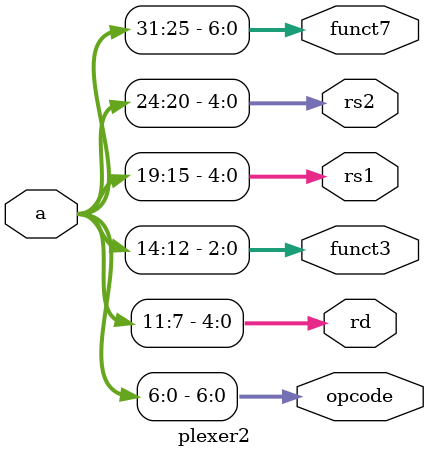
<source format=v>
module plexer2
(
  input [31:0] a ,
  
  output reg [6:0] opcode,
  output reg [4:0] rd,
  output reg [2:0] funct3,
  output reg [4:0] rs1,
  output reg [4:0] rs2,
  output reg [6:0] funct7
  
  );
  always @ (a)
  begin
    opcode = a[6:0];
    rd = a[11:7];
    funct3 = a[14:12];
    rs1= a[19:15];
    rs2= a[24:20];
    funct7 = a[31:25];
  end
    
  

endmodule
</source>
